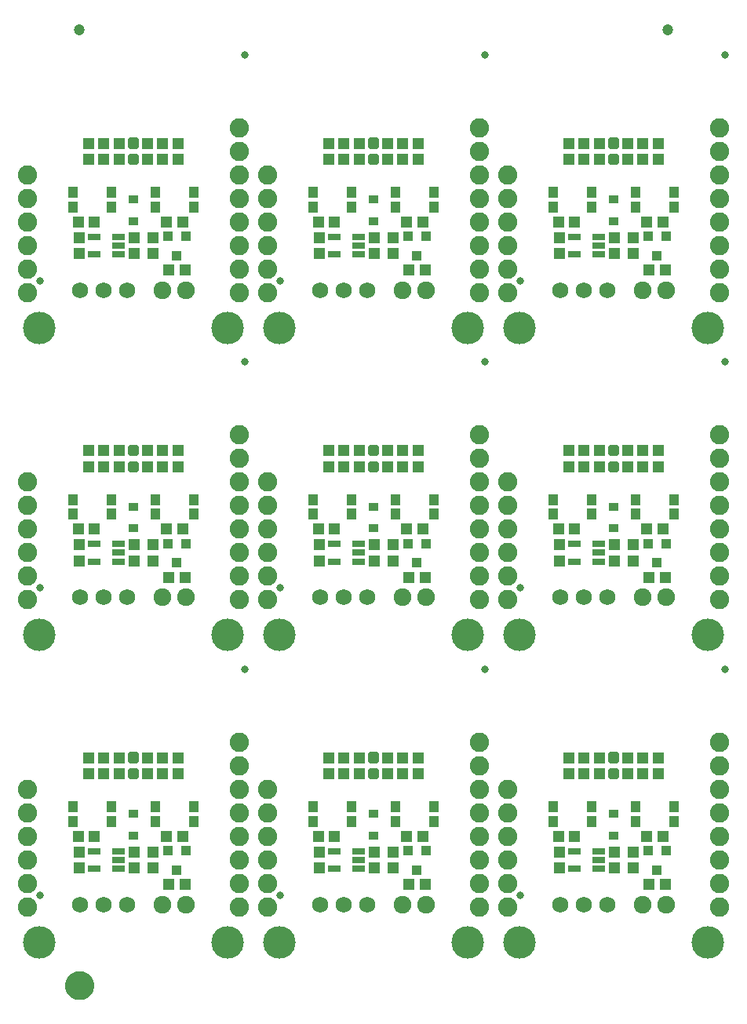
<source format=gts>
G75*
%MOIN*%
%OFA0B0*%
%FSLAX25Y25*%
%IPPOS*%
%LPD*%
%AMOC8*
5,1,8,0,0,1.08239X$1,22.5*
%
%ADD10C,0.08200*%
%ADD11C,0.07550*%
%ADD12R,0.05131X0.04737*%
%ADD13R,0.04737X0.05131*%
%ADD14C,0.01990*%
%ADD15R,0.03950X0.04343*%
%ADD16R,0.04343X0.04737*%
%ADD17C,0.06800*%
%ADD18R,0.04068X0.03280*%
%ADD19C,0.03300*%
%ADD20R,0.05524X0.02965*%
%ADD21C,0.13800*%
%ADD22C,0.04737*%
%ADD23C,0.05000*%
%ADD24C,0.06706*%
D10*
X0033750Y0053750D03*
X0033750Y0063750D03*
X0033750Y0073750D03*
X0033750Y0083750D03*
X0033750Y0093750D03*
X0033750Y0103750D03*
X0033750Y0184250D03*
X0033750Y0194250D03*
X0033750Y0204250D03*
X0033750Y0214250D03*
X0033750Y0224250D03*
X0033750Y0234250D03*
X0033750Y0314750D03*
X0033750Y0324750D03*
X0033750Y0334750D03*
X0033750Y0344750D03*
X0033750Y0354750D03*
X0033750Y0364750D03*
X0123750Y0364750D03*
X0123750Y0354750D03*
X0123750Y0344750D03*
X0123750Y0334750D03*
X0123750Y0324750D03*
X0123750Y0314750D03*
X0135750Y0314750D03*
X0135750Y0324750D03*
X0135750Y0334750D03*
X0135750Y0344750D03*
X0135750Y0354750D03*
X0135750Y0364750D03*
X0123750Y0374750D03*
X0123750Y0384750D03*
X0225750Y0384750D03*
X0225750Y0374750D03*
X0225750Y0364750D03*
X0225750Y0354750D03*
X0225750Y0344750D03*
X0225750Y0334750D03*
X0225750Y0324750D03*
X0225750Y0314750D03*
X0237750Y0314750D03*
X0237750Y0324750D03*
X0237750Y0334750D03*
X0237750Y0344750D03*
X0237750Y0354750D03*
X0237750Y0364750D03*
X0327750Y0364750D03*
X0327750Y0354750D03*
X0327750Y0344750D03*
X0327750Y0334750D03*
X0327750Y0324750D03*
X0327750Y0314750D03*
X0327750Y0374750D03*
X0327750Y0384750D03*
X0327750Y0254250D03*
X0327750Y0244250D03*
X0327750Y0234250D03*
X0327750Y0224250D03*
X0327750Y0214250D03*
X0327750Y0204250D03*
X0327750Y0194250D03*
X0327750Y0184250D03*
X0327750Y0123750D03*
X0327750Y0113750D03*
X0327750Y0103750D03*
X0327750Y0093750D03*
X0327750Y0083750D03*
X0327750Y0073750D03*
X0327750Y0063750D03*
X0327750Y0053750D03*
X0237750Y0053750D03*
X0237750Y0063750D03*
X0237750Y0073750D03*
X0237750Y0083750D03*
X0237750Y0093750D03*
X0237750Y0103750D03*
X0225750Y0103750D03*
X0225750Y0093750D03*
X0225750Y0083750D03*
X0225750Y0073750D03*
X0225750Y0063750D03*
X0225750Y0053750D03*
X0225750Y0113750D03*
X0225750Y0123750D03*
X0225750Y0184250D03*
X0225750Y0194250D03*
X0225750Y0204250D03*
X0225750Y0214250D03*
X0225750Y0224250D03*
X0225750Y0234250D03*
X0225750Y0244250D03*
X0225750Y0254250D03*
X0237750Y0234250D03*
X0237750Y0224250D03*
X0237750Y0214250D03*
X0237750Y0204250D03*
X0237750Y0194250D03*
X0237750Y0184250D03*
X0135750Y0184250D03*
X0135750Y0194250D03*
X0135750Y0204250D03*
X0135750Y0214250D03*
X0135750Y0224250D03*
X0135750Y0234250D03*
X0123750Y0234250D03*
X0123750Y0224250D03*
X0123750Y0214250D03*
X0123750Y0204250D03*
X0123750Y0194250D03*
X0123750Y0184250D03*
X0123750Y0123750D03*
X0123750Y0113750D03*
X0123750Y0103750D03*
X0123750Y0093750D03*
X0123750Y0083750D03*
X0123750Y0073750D03*
X0123750Y0063750D03*
X0123750Y0053750D03*
X0135750Y0053750D03*
X0135750Y0063750D03*
X0135750Y0073750D03*
X0135750Y0083750D03*
X0135750Y0093750D03*
X0135750Y0103750D03*
X0123750Y0244250D03*
X0123750Y0254250D03*
D11*
X0101250Y0315750D03*
X0091250Y0315750D03*
X0193250Y0315750D03*
X0203250Y0315750D03*
X0295250Y0315750D03*
X0305250Y0315750D03*
X0305250Y0185250D03*
X0295250Y0185250D03*
X0203250Y0185250D03*
X0193250Y0185250D03*
X0101250Y0185250D03*
X0091250Y0185250D03*
X0091250Y0054750D03*
X0101250Y0054750D03*
X0193250Y0054750D03*
X0203250Y0054750D03*
X0295250Y0054750D03*
X0305250Y0054750D03*
D12*
X0304596Y0063250D03*
X0297904Y0063250D03*
X0296904Y0083750D03*
X0303596Y0083750D03*
X0266096Y0083750D03*
X0259404Y0083750D03*
X0201596Y0083750D03*
X0194904Y0083750D03*
X0195904Y0063250D03*
X0202596Y0063250D03*
X0164096Y0083750D03*
X0157404Y0083750D03*
X0100596Y0063250D03*
X0093904Y0063250D03*
X0092904Y0083750D03*
X0099596Y0083750D03*
X0062096Y0083750D03*
X0055404Y0083750D03*
X0093904Y0193750D03*
X0100596Y0193750D03*
X0099596Y0214250D03*
X0092904Y0214250D03*
X0062096Y0214250D03*
X0055404Y0214250D03*
X0093904Y0324250D03*
X0100596Y0324250D03*
X0099596Y0344750D03*
X0092904Y0344750D03*
X0062096Y0344750D03*
X0055404Y0344750D03*
X0157404Y0344750D03*
X0164096Y0344750D03*
X0194904Y0344750D03*
X0201596Y0344750D03*
X0202596Y0324250D03*
X0195904Y0324250D03*
X0259404Y0344750D03*
X0266096Y0344750D03*
X0296904Y0344750D03*
X0303596Y0344750D03*
X0304596Y0324250D03*
X0297904Y0324250D03*
X0296904Y0214250D03*
X0303596Y0214250D03*
X0304596Y0193750D03*
X0297904Y0193750D03*
X0266096Y0214250D03*
X0259404Y0214250D03*
X0201596Y0214250D03*
X0194904Y0214250D03*
X0195904Y0193750D03*
X0202596Y0193750D03*
X0164096Y0214250D03*
X0157404Y0214250D03*
D13*
X0157750Y0207596D03*
X0157750Y0200904D03*
X0181250Y0200904D03*
X0181250Y0207596D03*
X0189250Y0207596D03*
X0189250Y0200904D03*
X0186750Y0240904D03*
X0186750Y0247596D03*
X0193250Y0247596D03*
X0199750Y0247596D03*
X0199750Y0240904D03*
X0193250Y0240904D03*
X0174750Y0240904D03*
X0174750Y0247596D03*
X0168250Y0247596D03*
X0161750Y0247596D03*
X0161750Y0240904D03*
X0168250Y0240904D03*
X0097750Y0240904D03*
X0097750Y0247596D03*
X0091250Y0247596D03*
X0084750Y0247596D03*
X0084750Y0240904D03*
X0091250Y0240904D03*
X0072750Y0240904D03*
X0066250Y0240904D03*
X0066250Y0247596D03*
X0072750Y0247596D03*
X0059750Y0247596D03*
X0059750Y0240904D03*
X0055750Y0207596D03*
X0055750Y0200904D03*
X0079250Y0200904D03*
X0079250Y0207596D03*
X0087250Y0207596D03*
X0087250Y0200904D03*
X0084750Y0117096D03*
X0091250Y0117096D03*
X0097750Y0117096D03*
X0097750Y0110404D03*
X0091250Y0110404D03*
X0084750Y0110404D03*
X0072750Y0110404D03*
X0066250Y0110404D03*
X0059750Y0110404D03*
X0059750Y0117096D03*
X0066250Y0117096D03*
X0072750Y0117096D03*
X0079250Y0077096D03*
X0079250Y0070404D03*
X0087250Y0070404D03*
X0087250Y0077096D03*
X0055750Y0077096D03*
X0055750Y0070404D03*
X0157750Y0070404D03*
X0157750Y0077096D03*
X0181250Y0077096D03*
X0181250Y0070404D03*
X0189250Y0070404D03*
X0189250Y0077096D03*
X0186750Y0110404D03*
X0193250Y0110404D03*
X0199750Y0110404D03*
X0199750Y0117096D03*
X0193250Y0117096D03*
X0186750Y0117096D03*
X0174750Y0117096D03*
X0168250Y0117096D03*
X0161750Y0117096D03*
X0161750Y0110404D03*
X0168250Y0110404D03*
X0174750Y0110404D03*
X0259750Y0077096D03*
X0259750Y0070404D03*
X0283250Y0070404D03*
X0283250Y0077096D03*
X0291250Y0077096D03*
X0291250Y0070404D03*
X0288750Y0110404D03*
X0295250Y0110404D03*
X0301750Y0110404D03*
X0301750Y0117096D03*
X0295250Y0117096D03*
X0288750Y0117096D03*
X0276750Y0117096D03*
X0270250Y0117096D03*
X0263750Y0117096D03*
X0263750Y0110404D03*
X0270250Y0110404D03*
X0276750Y0110404D03*
X0283250Y0200904D03*
X0283250Y0207596D03*
X0291250Y0207596D03*
X0291250Y0200904D03*
X0259750Y0200904D03*
X0259750Y0207596D03*
X0263750Y0240904D03*
X0263750Y0247596D03*
X0270250Y0247596D03*
X0276750Y0247596D03*
X0276750Y0240904D03*
X0270250Y0240904D03*
X0288750Y0240904D03*
X0295250Y0240904D03*
X0295250Y0247596D03*
X0288750Y0247596D03*
X0301750Y0247596D03*
X0301750Y0240904D03*
X0291250Y0331404D03*
X0291250Y0338096D03*
X0283250Y0338096D03*
X0283250Y0331404D03*
X0259750Y0331404D03*
X0259750Y0338096D03*
X0263750Y0371404D03*
X0263750Y0378096D03*
X0270250Y0378096D03*
X0276750Y0378096D03*
X0276750Y0371404D03*
X0270250Y0371404D03*
X0288750Y0371404D03*
X0295250Y0371404D03*
X0295250Y0378096D03*
X0288750Y0378096D03*
X0301750Y0378096D03*
X0301750Y0371404D03*
X0199750Y0371404D03*
X0193250Y0371404D03*
X0193250Y0378096D03*
X0199750Y0378096D03*
X0186750Y0378096D03*
X0186750Y0371404D03*
X0174750Y0371404D03*
X0174750Y0378096D03*
X0168250Y0378096D03*
X0161750Y0378096D03*
X0161750Y0371404D03*
X0168250Y0371404D03*
X0157750Y0338096D03*
X0157750Y0331404D03*
X0181250Y0331404D03*
X0181250Y0338096D03*
X0189250Y0338096D03*
X0189250Y0331404D03*
X0097750Y0371404D03*
X0097750Y0378096D03*
X0091250Y0378096D03*
X0084750Y0378096D03*
X0084750Y0371404D03*
X0091250Y0371404D03*
X0072750Y0371404D03*
X0066250Y0371404D03*
X0066250Y0378096D03*
X0072750Y0378096D03*
X0059750Y0378096D03*
X0059750Y0371404D03*
X0055750Y0338096D03*
X0055750Y0331404D03*
X0079250Y0331404D03*
X0079250Y0338096D03*
X0087250Y0338096D03*
X0087250Y0331404D03*
D14*
X0080123Y0372670D02*
X0077377Y0372670D01*
X0080123Y0372670D02*
X0080123Y0369924D01*
X0077377Y0369924D01*
X0077377Y0372670D01*
X0077377Y0371814D02*
X0080123Y0371814D01*
X0080123Y0379576D02*
X0077377Y0379576D01*
X0080123Y0379576D02*
X0080123Y0376830D01*
X0077377Y0376830D01*
X0077377Y0379576D01*
X0077377Y0378720D02*
X0080123Y0378720D01*
X0179377Y0379576D02*
X0182123Y0379576D01*
X0182123Y0376830D01*
X0179377Y0376830D01*
X0179377Y0379576D01*
X0179377Y0378720D02*
X0182123Y0378720D01*
X0182123Y0372670D02*
X0179377Y0372670D01*
X0182123Y0372670D02*
X0182123Y0369924D01*
X0179377Y0369924D01*
X0179377Y0372670D01*
X0179377Y0371814D02*
X0182123Y0371814D01*
X0281377Y0372670D02*
X0284123Y0372670D01*
X0284123Y0369924D01*
X0281377Y0369924D01*
X0281377Y0372670D01*
X0281377Y0371814D02*
X0284123Y0371814D01*
X0284123Y0379576D02*
X0281377Y0379576D01*
X0284123Y0379576D02*
X0284123Y0376830D01*
X0281377Y0376830D01*
X0281377Y0379576D01*
X0281377Y0378720D02*
X0284123Y0378720D01*
X0284123Y0249076D02*
X0281377Y0249076D01*
X0284123Y0249076D02*
X0284123Y0246330D01*
X0281377Y0246330D01*
X0281377Y0249076D01*
X0281377Y0248220D02*
X0284123Y0248220D01*
X0284123Y0242170D02*
X0281377Y0242170D01*
X0284123Y0242170D02*
X0284123Y0239424D01*
X0281377Y0239424D01*
X0281377Y0242170D01*
X0281377Y0241314D02*
X0284123Y0241314D01*
X0182123Y0242170D02*
X0179377Y0242170D01*
X0182123Y0242170D02*
X0182123Y0239424D01*
X0179377Y0239424D01*
X0179377Y0242170D01*
X0179377Y0241314D02*
X0182123Y0241314D01*
X0182123Y0249076D02*
X0179377Y0249076D01*
X0182123Y0249076D02*
X0182123Y0246330D01*
X0179377Y0246330D01*
X0179377Y0249076D01*
X0179377Y0248220D02*
X0182123Y0248220D01*
X0080123Y0249076D02*
X0077377Y0249076D01*
X0080123Y0249076D02*
X0080123Y0246330D01*
X0077377Y0246330D01*
X0077377Y0249076D01*
X0077377Y0248220D02*
X0080123Y0248220D01*
X0080123Y0242170D02*
X0077377Y0242170D01*
X0080123Y0242170D02*
X0080123Y0239424D01*
X0077377Y0239424D01*
X0077377Y0242170D01*
X0077377Y0241314D02*
X0080123Y0241314D01*
X0080123Y0118576D02*
X0077377Y0118576D01*
X0080123Y0118576D02*
X0080123Y0115830D01*
X0077377Y0115830D01*
X0077377Y0118576D01*
X0077377Y0117720D02*
X0080123Y0117720D01*
X0080123Y0111670D02*
X0077377Y0111670D01*
X0080123Y0111670D02*
X0080123Y0108924D01*
X0077377Y0108924D01*
X0077377Y0111670D01*
X0077377Y0110814D02*
X0080123Y0110814D01*
X0179377Y0111670D02*
X0182123Y0111670D01*
X0182123Y0108924D01*
X0179377Y0108924D01*
X0179377Y0111670D01*
X0179377Y0110814D02*
X0182123Y0110814D01*
X0182123Y0118576D02*
X0179377Y0118576D01*
X0182123Y0118576D02*
X0182123Y0115830D01*
X0179377Y0115830D01*
X0179377Y0118576D01*
X0179377Y0117720D02*
X0182123Y0117720D01*
X0281377Y0118576D02*
X0284123Y0118576D01*
X0284123Y0115830D01*
X0281377Y0115830D01*
X0281377Y0118576D01*
X0281377Y0117720D02*
X0284123Y0117720D01*
X0284123Y0111670D02*
X0281377Y0111670D01*
X0284123Y0111670D02*
X0284123Y0108924D01*
X0281377Y0108924D01*
X0281377Y0111670D01*
X0281377Y0110814D02*
X0284123Y0110814D01*
D15*
X0297510Y0077687D03*
X0304990Y0077687D03*
X0301250Y0069419D03*
X0202990Y0077687D03*
X0199250Y0069419D03*
X0195510Y0077687D03*
X0100990Y0077687D03*
X0097250Y0069419D03*
X0093510Y0077687D03*
X0097250Y0199919D03*
X0093510Y0208187D03*
X0100990Y0208187D03*
X0195510Y0208187D03*
X0199250Y0199919D03*
X0202990Y0208187D03*
X0297510Y0208187D03*
X0304990Y0208187D03*
X0301250Y0199919D03*
X0301250Y0330419D03*
X0297510Y0338687D03*
X0304990Y0338687D03*
X0202990Y0338687D03*
X0195510Y0338687D03*
X0199250Y0330419D03*
X0100990Y0338687D03*
X0093510Y0338687D03*
X0097250Y0330419D03*
D16*
X0104321Y0351100D03*
X0104321Y0357400D03*
X0088179Y0357400D03*
X0088179Y0351100D03*
X0069321Y0351100D03*
X0069321Y0357400D03*
X0053179Y0357400D03*
X0053179Y0351100D03*
X0155179Y0351100D03*
X0155179Y0357400D03*
X0171321Y0357400D03*
X0171321Y0351100D03*
X0190179Y0351100D03*
X0190179Y0357400D03*
X0206321Y0357400D03*
X0206321Y0351100D03*
X0257179Y0351100D03*
X0257179Y0357400D03*
X0273321Y0357400D03*
X0273321Y0351100D03*
X0292179Y0351100D03*
X0292179Y0357400D03*
X0308321Y0357400D03*
X0308321Y0351100D03*
X0308321Y0226900D03*
X0308321Y0220600D03*
X0292179Y0220600D03*
X0292179Y0226900D03*
X0273321Y0226900D03*
X0273321Y0220600D03*
X0257179Y0220600D03*
X0257179Y0226900D03*
X0206321Y0226900D03*
X0206321Y0220600D03*
X0190179Y0220600D03*
X0190179Y0226900D03*
X0171321Y0226900D03*
X0171321Y0220600D03*
X0155179Y0220600D03*
X0155179Y0226900D03*
X0104321Y0226900D03*
X0104321Y0220600D03*
X0088179Y0220600D03*
X0088179Y0226900D03*
X0069321Y0226900D03*
X0069321Y0220600D03*
X0053179Y0220600D03*
X0053179Y0226900D03*
X0053179Y0096400D03*
X0053179Y0090100D03*
X0069321Y0090100D03*
X0069321Y0096400D03*
X0088179Y0096400D03*
X0088179Y0090100D03*
X0104321Y0090100D03*
X0104321Y0096400D03*
X0155179Y0096400D03*
X0155179Y0090100D03*
X0171321Y0090100D03*
X0171321Y0096400D03*
X0190179Y0096400D03*
X0190179Y0090100D03*
X0206321Y0090100D03*
X0206321Y0096400D03*
X0257179Y0096400D03*
X0257179Y0090100D03*
X0273321Y0090100D03*
X0273321Y0096400D03*
X0292179Y0096400D03*
X0292179Y0090100D03*
X0308321Y0090100D03*
X0308321Y0096400D03*
D17*
X0280250Y0054750D03*
X0270250Y0054750D03*
X0260250Y0054750D03*
X0178250Y0054750D03*
X0168250Y0054750D03*
X0158250Y0054750D03*
X0076250Y0054750D03*
X0066250Y0054750D03*
X0056250Y0054750D03*
X0056250Y0185250D03*
X0066250Y0185250D03*
X0076250Y0185250D03*
X0158250Y0185250D03*
X0168250Y0185250D03*
X0178250Y0185250D03*
X0260250Y0185250D03*
X0270250Y0185250D03*
X0280250Y0185250D03*
X0280250Y0315750D03*
X0270250Y0315750D03*
X0260250Y0315750D03*
X0178250Y0315750D03*
X0168250Y0315750D03*
X0158250Y0315750D03*
X0076250Y0315750D03*
X0066250Y0315750D03*
X0056250Y0315750D03*
D18*
X0078750Y0345222D03*
X0078750Y0354278D03*
X0180750Y0354278D03*
X0180750Y0345222D03*
X0282750Y0345222D03*
X0282750Y0354278D03*
X0282750Y0223778D03*
X0282750Y0214722D03*
X0180750Y0214722D03*
X0180750Y0223778D03*
X0078750Y0223778D03*
X0078750Y0214722D03*
X0078750Y0093278D03*
X0078750Y0084222D03*
X0180750Y0084222D03*
X0180750Y0093278D03*
X0282750Y0093278D03*
X0282750Y0084222D03*
D19*
X0243250Y0058750D03*
X0228250Y0154750D03*
X0243250Y0189250D03*
X0330250Y0154750D03*
X0330250Y0285250D03*
X0243250Y0319750D03*
X0228250Y0285250D03*
X0141250Y0319750D03*
X0126250Y0285250D03*
X0039250Y0319750D03*
X0126250Y0415750D03*
X0228250Y0415750D03*
X0330250Y0415750D03*
X0141250Y0189250D03*
X0126250Y0154750D03*
X0039250Y0189250D03*
X0039250Y0058750D03*
X0141250Y0058750D03*
D20*
X0164131Y0070010D03*
X0164131Y0077490D03*
X0174369Y0077490D03*
X0174369Y0073750D03*
X0174369Y0070010D03*
X0266131Y0070010D03*
X0266131Y0077490D03*
X0276369Y0077490D03*
X0276369Y0073750D03*
X0276369Y0070010D03*
X0276369Y0200510D03*
X0276369Y0204250D03*
X0276369Y0207990D03*
X0266131Y0207990D03*
X0266131Y0200510D03*
X0174369Y0200510D03*
X0174369Y0204250D03*
X0174369Y0207990D03*
X0164131Y0207990D03*
X0164131Y0200510D03*
X0072369Y0200510D03*
X0072369Y0204250D03*
X0072369Y0207990D03*
X0062131Y0207990D03*
X0062131Y0200510D03*
X0062131Y0077490D03*
X0062131Y0070010D03*
X0072369Y0070010D03*
X0072369Y0073750D03*
X0072369Y0077490D03*
X0072369Y0331010D03*
X0072369Y0334750D03*
X0072369Y0338490D03*
X0062131Y0338490D03*
X0062131Y0331010D03*
X0164131Y0331010D03*
X0164131Y0338490D03*
X0174369Y0338490D03*
X0174369Y0334750D03*
X0174369Y0331010D03*
X0266131Y0331010D03*
X0266131Y0338490D03*
X0276369Y0338490D03*
X0276369Y0334750D03*
X0276369Y0331010D03*
D21*
X0038750Y0038750D03*
X0118750Y0038750D03*
X0140750Y0038750D03*
X0220750Y0038750D03*
X0242750Y0038750D03*
X0322750Y0038750D03*
X0322750Y0169250D03*
X0242750Y0169250D03*
X0220750Y0169250D03*
X0140750Y0169250D03*
X0118750Y0169250D03*
X0038750Y0169250D03*
X0038750Y0299750D03*
X0118750Y0299750D03*
X0140750Y0299750D03*
X0220750Y0299750D03*
X0242750Y0299750D03*
X0322750Y0299750D03*
D22*
X0305750Y0426500D03*
X0055750Y0426500D03*
D23*
X0052185Y0020500D02*
X0052187Y0020619D01*
X0052193Y0020738D01*
X0052203Y0020857D01*
X0052217Y0020975D01*
X0052235Y0021093D01*
X0052256Y0021210D01*
X0052282Y0021326D01*
X0052312Y0021442D01*
X0052345Y0021556D01*
X0052382Y0021669D01*
X0052423Y0021781D01*
X0052468Y0021892D01*
X0052516Y0022001D01*
X0052568Y0022108D01*
X0052624Y0022213D01*
X0052683Y0022317D01*
X0052745Y0022418D01*
X0052811Y0022518D01*
X0052880Y0022615D01*
X0052952Y0022709D01*
X0053028Y0022802D01*
X0053106Y0022891D01*
X0053187Y0022978D01*
X0053272Y0023063D01*
X0053359Y0023144D01*
X0053448Y0023222D01*
X0053541Y0023298D01*
X0053635Y0023370D01*
X0053732Y0023439D01*
X0053832Y0023505D01*
X0053933Y0023567D01*
X0054037Y0023626D01*
X0054142Y0023682D01*
X0054249Y0023734D01*
X0054358Y0023782D01*
X0054469Y0023827D01*
X0054581Y0023868D01*
X0054694Y0023905D01*
X0054808Y0023938D01*
X0054924Y0023968D01*
X0055040Y0023994D01*
X0055157Y0024015D01*
X0055275Y0024033D01*
X0055393Y0024047D01*
X0055512Y0024057D01*
X0055631Y0024063D01*
X0055750Y0024065D01*
X0055869Y0024063D01*
X0055988Y0024057D01*
X0056107Y0024047D01*
X0056225Y0024033D01*
X0056343Y0024015D01*
X0056460Y0023994D01*
X0056576Y0023968D01*
X0056692Y0023938D01*
X0056806Y0023905D01*
X0056919Y0023868D01*
X0057031Y0023827D01*
X0057142Y0023782D01*
X0057251Y0023734D01*
X0057358Y0023682D01*
X0057463Y0023626D01*
X0057567Y0023567D01*
X0057668Y0023505D01*
X0057768Y0023439D01*
X0057865Y0023370D01*
X0057959Y0023298D01*
X0058052Y0023222D01*
X0058141Y0023144D01*
X0058228Y0023063D01*
X0058313Y0022978D01*
X0058394Y0022891D01*
X0058472Y0022802D01*
X0058548Y0022709D01*
X0058620Y0022615D01*
X0058689Y0022518D01*
X0058755Y0022418D01*
X0058817Y0022317D01*
X0058876Y0022213D01*
X0058932Y0022108D01*
X0058984Y0022001D01*
X0059032Y0021892D01*
X0059077Y0021781D01*
X0059118Y0021669D01*
X0059155Y0021556D01*
X0059188Y0021442D01*
X0059218Y0021326D01*
X0059244Y0021210D01*
X0059265Y0021093D01*
X0059283Y0020975D01*
X0059297Y0020857D01*
X0059307Y0020738D01*
X0059313Y0020619D01*
X0059315Y0020500D01*
X0059313Y0020381D01*
X0059307Y0020262D01*
X0059297Y0020143D01*
X0059283Y0020025D01*
X0059265Y0019907D01*
X0059244Y0019790D01*
X0059218Y0019674D01*
X0059188Y0019558D01*
X0059155Y0019444D01*
X0059118Y0019331D01*
X0059077Y0019219D01*
X0059032Y0019108D01*
X0058984Y0018999D01*
X0058932Y0018892D01*
X0058876Y0018787D01*
X0058817Y0018683D01*
X0058755Y0018582D01*
X0058689Y0018482D01*
X0058620Y0018385D01*
X0058548Y0018291D01*
X0058472Y0018198D01*
X0058394Y0018109D01*
X0058313Y0018022D01*
X0058228Y0017937D01*
X0058141Y0017856D01*
X0058052Y0017778D01*
X0057959Y0017702D01*
X0057865Y0017630D01*
X0057768Y0017561D01*
X0057668Y0017495D01*
X0057567Y0017433D01*
X0057463Y0017374D01*
X0057358Y0017318D01*
X0057251Y0017266D01*
X0057142Y0017218D01*
X0057031Y0017173D01*
X0056919Y0017132D01*
X0056806Y0017095D01*
X0056692Y0017062D01*
X0056576Y0017032D01*
X0056460Y0017006D01*
X0056343Y0016985D01*
X0056225Y0016967D01*
X0056107Y0016953D01*
X0055988Y0016943D01*
X0055869Y0016937D01*
X0055750Y0016935D01*
X0055631Y0016937D01*
X0055512Y0016943D01*
X0055393Y0016953D01*
X0055275Y0016967D01*
X0055157Y0016985D01*
X0055040Y0017006D01*
X0054924Y0017032D01*
X0054808Y0017062D01*
X0054694Y0017095D01*
X0054581Y0017132D01*
X0054469Y0017173D01*
X0054358Y0017218D01*
X0054249Y0017266D01*
X0054142Y0017318D01*
X0054037Y0017374D01*
X0053933Y0017433D01*
X0053832Y0017495D01*
X0053732Y0017561D01*
X0053635Y0017630D01*
X0053541Y0017702D01*
X0053448Y0017778D01*
X0053359Y0017856D01*
X0053272Y0017937D01*
X0053187Y0018022D01*
X0053106Y0018109D01*
X0053028Y0018198D01*
X0052952Y0018291D01*
X0052880Y0018385D01*
X0052811Y0018482D01*
X0052745Y0018582D01*
X0052683Y0018683D01*
X0052624Y0018787D01*
X0052568Y0018892D01*
X0052516Y0018999D01*
X0052468Y0019108D01*
X0052423Y0019219D01*
X0052382Y0019331D01*
X0052345Y0019444D01*
X0052312Y0019558D01*
X0052282Y0019674D01*
X0052256Y0019790D01*
X0052235Y0019907D01*
X0052217Y0020025D01*
X0052203Y0020143D01*
X0052193Y0020262D01*
X0052187Y0020381D01*
X0052185Y0020500D01*
D24*
X0055750Y0020500D03*
M02*

</source>
